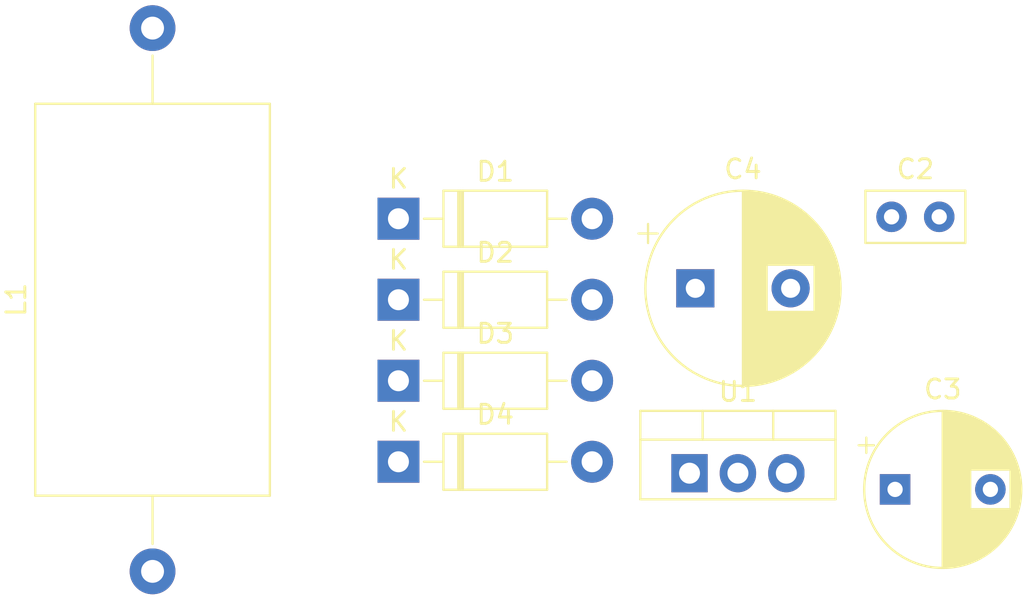
<source format=kicad_pcb>
(kicad_pcb (version 20241229) (generator "pcbnew") (generator_version "9.0")
  (layers (0 "F.Cu" signal) (2 "B.Cu" signal) (13 "F.Paste" user) (15 "B.Paste" user) (5 "F.SilkS" user "F.Silkscreen") (7 "B.SilkS" user "B.Silkscreen") (1 "F.Mask" user) (3 "B.Mask" user) (25 "Edge.Cuts" user))
  (net 0 "")
  (net 1 "GND")
  (net 2 "Net-(D3-K)")
  (net 3 "VCC")
  (net 4 "Net-(D1-K)")
  (net 5 "Net-(D2-K)")
  (footprint "Diode_THT:D_DO-41_SOD81_P10.16mm_Horizontal" (layer "F.Cu") (at 127.9 110.94)
    (property "Reference" "D3" (at 5.08 -2.47 0) (layer "F.SilkS"))
    (property "Value" "D_45deg")
    (fp_line (start 1.34 0) (end 2.36 0) (stroke (width 0.12)) (layer "F.SilkS"))
    (fp_line (start 2.36 -1.47) (end 2.36 1.47) (stroke (width 0.12)) (layer "F.SilkS"))
    (fp_line (start 2.36 1.47) (end 7.8 1.47) (stroke (width 0.12)) (layer "F.SilkS"))
    (fp_line (start 3.14 -1.47) (end 3.14 1.47) (stroke (width 0.12)) (layer "F.SilkS"))
    (fp_line (start 3.26 -1.47) (end 3.26 1.47) (stroke (width 0.12)) (layer "F.SilkS"))
    (fp_line (start 3.38 -1.47) (end 3.38 1.47) (stroke (width 0.12)) (layer "F.SilkS"))
    (fp_line (start 7.8 -1.47) (end 2.36 -1.47) (stroke (width 0.12)) (layer "F.SilkS"))
    (fp_line (start 7.8 1.47) (end 7.8 -1.47) (stroke (width 0.12)) (layer "F.SilkS"))
    (fp_line (start 8.82 0) (end 7.8 0) (stroke (width 0.12)) (layer "F.SilkS"))
    (fp_text user "K" (at 0 -2.1 0) (layer "F.SilkS"))
    (pad "1" thru_hole rect (at 0 0) (size 2.2 2.2) (drill 1.1) (layers "*.Cu" "*.Mask") (net 2 "Net-(D3-K)"))
    (pad "2" thru_hole oval (at 10.16 0) (size 2.2 2.2) (drill 1.1) (layers "*.Cu" "*.Mask") (net 5 "Net-(D2-K)"))
  )
  (footprint "Diode_THT:D_DO-41_SOD81_P10.16mm_Horizontal" (layer "F.Cu") (at 127.9 115.19)
    (property "Reference" "D4" (at 5.08 -2.47 0) (layer "F.SilkS"))
    (property "Value" "D_45deg")
    (fp_line (start 1.34 0) (end 2.36 0) (stroke (width 0.12)) (layer "F.SilkS"))
    (fp_line (start 2.36 -1.47) (end 2.36 1.47) (stroke (width 0.12)) (layer "F.SilkS"))
    (fp_line (start 2.36 1.47) (end 7.8 1.47) (stroke (width 0.12)) (layer "F.SilkS"))
    (fp_line (start 3.14 -1.47) (end 3.14 1.47) (stroke (width 0.12)) (layer "F.SilkS"))
    (fp_line (start 3.26 -1.47) (end 3.26 1.47) (stroke (width 0.12)) (layer "F.SilkS"))
    (fp_line (start 3.38 -1.47) (end 3.38 1.47) (stroke (width 0.12)) (layer "F.SilkS"))
    (fp_line (start 7.8 -1.47) (end 2.36 -1.47) (stroke (width 0.12)) (layer "F.SilkS"))
    (fp_line (start 7.8 1.47) (end 7.8 -1.47) (stroke (width 0.12)) (layer "F.SilkS"))
    (fp_line (start 8.82 0) (end 7.8 0) (stroke (width 0.12)) (layer "F.SilkS"))
    (fp_text user "K" (at 0 -2.1 0) (layer "F.SilkS"))
    (pad "1" thru_hole rect (at 0 0) (size 2.2 2.2) (drill 1.1) (layers "*.Cu" "*.Mask") (net 2 "Net-(D3-K)"))
    (pad "2" thru_hole oval (at 10.16 0) (size 2.2 2.2) (drill 1.1) (layers "*.Cu" "*.Mask") (net 4 "Net-(D1-K)"))
  )
  (footprint "Diode_THT:D_DO-41_SOD81_P10.16mm_Horizontal" (layer "F.Cu") (at 127.9 106.69)
    (property "Reference" "D2" (at 5.08 -2.47 0) (layer "F.SilkS"))
    (property "Value" "D_45deg")
    (fp_line (start 1.34 0) (end 2.36 0) (stroke (width 0.12)) (layer "F.SilkS"))
    (fp_line (start 2.36 -1.47) (end 2.36 1.47) (stroke (width 0.12)) (layer "F.SilkS"))
    (fp_line (start 2.36 1.47) (end 7.8 1.47) (stroke (width 0.12)) (layer "F.SilkS"))
    (fp_line (start 3.14 -1.47) (end 3.14 1.47) (stroke (width 0.12)) (layer "F.SilkS"))
    (fp_line (start 3.26 -1.47) (end 3.26 1.47) (stroke (width 0.12)) (layer "F.SilkS"))
    (fp_line (start 3.38 -1.47) (end 3.38 1.47) (stroke (width 0.12)) (layer "F.SilkS"))
    (fp_line (start 7.8 -1.47) (end 2.36 -1.47) (stroke (width 0.12)) (layer "F.SilkS"))
    (fp_line (start 7.8 1.47) (end 7.8 -1.47) (stroke (width 0.12)) (layer "F.SilkS"))
    (fp_line (start 8.82 0) (end 7.8 0) (stroke (width 0.12)) (layer "F.SilkS"))
    (fp_text user "K" (at 0 -2.1 0) (layer "F.SilkS"))
    (pad "1" thru_hole rect (at 0 0) (size 2.2 2.2) (drill 1.1) (layers "*.Cu" "*.Mask") (net 5 "Net-(D2-K)"))
    (pad "2" thru_hole oval (at 10.16 0) (size 2.2 2.2) (drill 1.1) (layers "*.Cu" "*.Mask") (net 1 "GND"))
  )
  (footprint "Capacitor_THT:C_Disc_D5.0mm_W2.5mm_P2.50mm" (layer "F.Cu") (at 153.77 102.34)
    (property "Reference" "C2" (at 1.25 -2.5 0) (layer "F.SilkS"))
    (property "Value" "10n")
    (fp_line (start -1.37 -1.37) (end -1.37 1.37) (stroke (width 0.12)) (layer "F.SilkS"))
    (fp_line (start -1.37 -1.37) (end 3.87 -1.37) (stroke (width 0.12)) (layer "F.SilkS"))
    (fp_line (start -1.37 1.37) (end 3.87 1.37) (stroke (width 0.12)) (layer "F.SilkS"))
    (fp_line (start 3.87 -1.37) (end 3.87 1.37) (stroke (width 0.12)) (layer "F.SilkS"))
    (pad "1" thru_hole circle (at 0 0) (size 1.6 1.6) (drill 0.8) (layers "*.Cu" "*.Mask") (net 2 "Net-(D3-K)"))
    (pad "2" thru_hole circle (at 2.5 0) (size 1.6 1.6) (drill 0.8) (layers "*.Cu" "*.Mask") (net 1 "GND"))
  )
  (footprint "Inductor_THT:L_Axial_L20.3mm_D12.1mm_P28.50mm_Horizontal_Vishay_IHA-101" (layer "F.Cu") (at 115 120.94 90)
    (property "Reference" "L1" (at 14.25 -7.155 90) (layer "F.SilkS"))
    (property "Value" "L")
    (fp_line (start 24.53 -6.155) (end 3.97 -6.155) (stroke (width 0.12)) (layer "F.SilkS"))
    (fp_line (start 3.97 -6.155) (end 3.97 6.155) (stroke (width 0.12)) (layer "F.SilkS"))
    (fp_line (start 27.06 0) (end 24.53 0) (stroke (width 0.12)) (layer "F.SilkS"))
    (fp_line (start 1.44 0) (end 3.97 0) (stroke (width 0.12)) (layer "F.SilkS"))
    (fp_line (start 24.53 6.155) (end 24.53 -6.155) (stroke (width 0.12)) (layer "F.SilkS"))
    (fp_line (start 3.97 6.155) (end 24.53 6.155) (stroke (width 0.12)) (layer "F.SilkS"))
    (pad "1" thru_hole circle (at 0 0 90) (size 2.4 2.4) (drill 1.2) (layers "*.Cu" "*.Mask") (net 5 "Net-(D2-K)"))
    (pad "2" thru_hole circle (at 28.5 0 90) (size 2.4 2.4) (drill 1.2) (layers "*.Cu" "*.Mask") (net 4 "Net-(D1-K)"))
  )
  (footprint "Diode_THT:D_DO-41_SOD81_P10.16mm_Horizontal" (layer "F.Cu") (at 127.9 102.44)
    (property "Reference" "D1" (at 5.08 -2.47 0) (layer "F.SilkS"))
    (property "Value" "D_45deg")
    (fp_line (start 1.34 0) (end 2.36 0) (stroke (width 0.12)) (layer "F.SilkS"))
    (fp_line (start 2.36 -1.47) (end 2.36 1.47) (stroke (width 0.12)) (layer "F.SilkS"))
    (fp_line (start 2.36 1.47) (end 7.8 1.47) (stroke (width 0.12)) (layer "F.SilkS"))
    (fp_line (start 3.14 -1.47) (end 3.14 1.47) (stroke (width 0.12)) (layer "F.SilkS"))
    (fp_line (start 3.26 -1.47) (end 3.26 1.47) (stroke (width 0.12)) (layer "F.SilkS"))
    (fp_line (start 3.38 -1.47) (end 3.38 1.47) (stroke (width 0.12)) (layer "F.SilkS"))
    (fp_line (start 7.8 -1.47) (end 2.36 -1.47) (stroke (width 0.12)) (layer "F.SilkS"))
    (fp_line (start 7.8 1.47) (end 7.8 -1.47) (stroke (width 0.12)) (layer "F.SilkS"))
    (fp_line (start 8.82 0) (end 7.8 0) (stroke (width 0.12)) (layer "F.SilkS"))
    (fp_text user "K" (at 0 -2.1 0) (layer "F.SilkS"))
    (pad "1" thru_hole rect (at 0 0) (size 2.2 2.2) (drill 1.1) (layers "*.Cu" "*.Mask") (net 4 "Net-(D1-K)"))
    (pad "2" thru_hole oval (at 10.16 0) (size 2.2 2.2) (drill 1.1) (layers "*.Cu" "*.Mask") (net 1 "GND"))
  )
  (footprint "Capacitor_THT:CP_Radial_D8.0mm_P5.00mm" (layer "F.Cu") (at 153.954698 116.64)
    (property "Reference" "C3" (at 2.5 -5.25 0) (layer "F.SilkS"))
    (property "Value" "100u")
    (fp_line (start -1.909698 -2.315) (end -1.109698 -2.315) (stroke (width 0.12)) (layer "F.SilkS"))
    (fp_line (start -1.509698 -2.715) (end -1.509698 -1.915) (stroke (width 0.12)) (layer "F.SilkS"))
    (fp_line (start 2.5 -4.08) (end 2.5 4.08) (stroke (width 0.12)) (layer "F.SilkS"))
    (fp_line (start 2.54 -4.08) (end 2.54 4.08) (stroke (width 0.12)) (layer "F.SilkS"))
    (fp_line (start 2.58 -4.079) (end 2.58 4.079) (stroke (width 0.12)) (layer "F.SilkS"))
    (fp_line (start 2.62 -4.078) (end 2.62 4.078) (stroke (width 0.12)) (layer "F.SilkS"))
    (fp_line (start 2.66 -4.077) (end 2.66 4.077) (stroke (width 0.12)) (layer "F.SilkS"))
    (fp_line (start 2.7 -4.075) (end 2.7 4.075) (stroke (width 0.12)) (layer "F.SilkS"))
    (fp_line (start 2.74 -4.073) (end 2.74 4.073) (stroke (width 0.12)) (layer "F.SilkS"))
    (fp_line (start 2.78 -4.07) (end 2.78 4.07) (stroke (width 0.12)) (layer "F.SilkS"))
    (fp_line (start 2.82 -4.068) (end 2.82 4.068) (stroke (width 0.12)) (layer "F.SilkS"))
    (fp_line (start 2.86 -4.064) (end 2.86 4.064) (stroke (width 0.12)) (layer "F.SilkS"))
    (fp_line (start 2.9 -4.061) (end 2.9 4.061) (stroke (width 0.12)) (layer "F.SilkS"))
    (fp_line (start 2.94 -4.056) (end 2.94 4.056) (stroke (width 0.12)) (layer "F.SilkS"))
    (fp_line (start 2.98 -4.052) (end 2.98 4.052) (stroke (width 0.12)) (layer "F.SilkS"))
    (fp_line (start 3.02 -4.047) (end 3.02 4.047) (stroke (width 0.12)) (layer "F.SilkS"))
    (fp_line (start 3.06 -4.042) (end 3.06 4.042) (stroke (width 0.12)) (layer "F.SilkS"))
    (fp_line (start 3.1 -4.036) (end 3.1 4.036) (stroke (width 0.12)) (layer "F.SilkS"))
    (fp_line (start 3.14 -4.03) (end 3.14 4.03) (stroke (width 0.12)) (layer "F.SilkS"))
    (fp_line (start 3.18 -4.023) (end 3.18 4.023) (stroke (width 0.12)) (layer "F.SilkS"))
    (fp_line (start 3.22 -4.017) (end 3.22 4.017) (stroke (width 0.12)) (layer "F.SilkS"))
    (fp_line (start 3.26 -4.009) (end 3.26 4.009) (stroke (width 0.12)) (layer "F.SilkS"))
    (fp_line (start 3.3 -4.002) (end 3.3 4.002) (stroke (width 0.12)) (layer "F.SilkS"))
    (fp_line (start 3.34 -3.993) (end 3.34 3.993) (stroke (width 0.12)) (layer "F.SilkS"))
    (fp_line (start 3.38 -3.985) (end 3.38 3.985) (stroke (width 0.12)) (layer "F.SilkS"))
    (fp_line (start 3.42 -3.976) (end 3.42 3.976) (stroke (width 0.12)) (layer "F.SilkS"))
    (fp_line (start 3.46 -3.967) (end 3.46 3.967) (stroke (width 0.12)) (layer "F.SilkS"))
    (fp_line (start 3.5 -3.957) (end 3.5 3.957) (stroke (width 0.12)) (layer "F.SilkS"))
    (fp_line (start 3.54 -3.947) (end 3.54 3.947) (stroke (width 0.12)) (layer "F.SilkS"))
    (fp_line (start 3.58 -3.936) (end 3.58 3.936) (stroke (width 0.12)) (layer "F.SilkS"))
    (fp_line (start 3.62 -3.925) (end 3.62 3.925) (stroke (width 0.12)) (layer "F.SilkS"))
    (fp_line (start 3.66 -3.913) (end 3.66 3.913) (stroke (width 0.12)) (layer "F.SilkS"))
    (fp_line (start 3.7 -3.901) (end 3.7 3.901) (stroke (width 0.12)) (layer "F.SilkS"))
    (fp_line (start 3.74 -3.889) (end 3.74 3.889) (stroke (width 0.12)) (layer "F.SilkS"))
    (fp_line (start 3.78 -3.876) (end 3.78 3.876) (stroke (width 0.12)) (layer "F.SilkS"))
    (fp_line (start 3.82 -3.863) (end 3.82 3.863) (stroke (width 0.12)) (layer "F.SilkS"))
    (fp_line (start 3.86 -3.849) (end 3.86 3.849) (stroke (width 0.12)) (layer "F.SilkS"))
    (fp_line (start 3.9 -3.835) (end 3.9 3.835) (stroke (width 0.12)) (layer "F.SilkS"))
    (fp_line (start 3.94 -3.82) (end 3.94 3.82) (stroke (width 0.12)) (layer "F.SilkS"))
    (fp_line (start 3.98 -3.805) (end 3.98 -1.04) (stroke (width 0.12)) (layer "F.SilkS"))
    (fp_line (start 3.98 1.04) (end 3.98 3.805) (stroke (width 0.12)) (layer "F.SilkS"))
    (fp_line (start 4.02 -3.789) (end 4.02 -1.04) (stroke (width 0.12)) (layer "F.SilkS"))
    (fp_line (start 4.02 1.04) (end 4.02 3.789) (stroke (width 0.12)) (layer "F.SilkS"))
    (fp_line (start 4.06 -3.773) (end 4.06 -1.04) (stroke (width 0.12)) (layer "F.SilkS"))
    (fp_line (start 4.06 1.04) (end 4.06 3.773) (stroke (width 0.12)) (layer "F.SilkS"))
    (fp_line (start 4.1 -3.757) (end 4.1 -1.04) (stroke (width 0.12)) (layer "F.SilkS"))
    (fp_line (start 4.1 1.04) (end 4.1 3.757) (stroke (width 0.12)) (layer "F.SilkS"))
    (fp_line (start 4.14 -3.74) (end 4.14 -1.04) (stroke (width 0.12)) (layer "F.SilkS"))
    (fp_line (start 4.14 1.04) (end 4.14 3.74) (stroke (width 0.12)) (layer "F.SilkS"))
    (fp_line (start 4.18 -3.722) (end 4.18 -1.04) (stroke (width 0.12)) (layer "F.SilkS"))
    (fp_line (start 4.18 1.04) (end 4.18 3.722) (stroke (width 0.12)) (layer "F.SilkS"))
    (fp_line (start 4.22 -3.704) (end 4.22 -1.04) (stroke (width 0.12)) (layer "F.SilkS"))
    (fp_line (start 4.22 1.04) (end 4.22 3.704) (stroke (width 0.12)) (layer "F.SilkS"))
    (fp_line (start 4.26 -3.685) (end 4.26 -1.04) (stroke (width 0.12)) (layer "F.SilkS"))
    (fp_line (start 4.26 1.04) (end 4.26 3.685) (stroke (width 0.12)) (layer "F.SilkS"))
    (fp_line (start 4.3 -3.666) (end 4.3 -1.04) (stroke (width 0.12)) (layer "F.SilkS"))
    (fp_line (start 4.3 1.04) (end 4.3 3.666) (stroke (width 0.12)) (layer "F.SilkS"))
    (fp_line (start 4.34 -3.646) (end 4.34 -1.04) (stroke (width 0.12)) (layer "F.SilkS"))
    (fp_line (start 4.34 1.04) (end 4.34 3.646) (stroke (width 0.12)) (layer "F.SilkS"))
    (fp_line (start 4.38 -3.626) (end 4.38 -1.04) (stroke (width 0.12)) (layer "F.SilkS"))
    (fp_line (start 4.38 1.04) (end 4.38 3.626) (stroke (width 0.12)) (layer "F.SilkS"))
    (fp_line (start 4.42 -3.605) (end 4.42 -1.04) (stroke (width 0.12)) (layer "F.SilkS"))
    (fp_line (start 4.42 1.04) (end 4.42 3.605) (stroke (width 0.12)) (layer "F.SilkS"))
    (fp_line (start 4.46 -3.584) (end 4.46 -1.04) (stroke (width 0.12)) (layer "F.SilkS"))
    (fp_line (start 4.46 1.04) (end 4.46 3.584) (stroke (width 0.12)) (layer "F.SilkS"))
    (fp_line (start 4.5 -3.562) (end 4.5 -1.04) (stroke (width 0.12)) (layer "F.SilkS"))
    (fp_line (start 4.5 1.04) (end 4.5 3.562) (stroke (width 0.12)) (layer "F.SilkS"))
    (fp_line (start 4.54 -3.539) (end 4.54 -1.04) (stroke (width 0.12)) (layer "F.SilkS"))
    (fp_line (start 4.54 1.04) (end 4.54 3.539) (stroke (width 0.12)) (layer "F.SilkS"))
    (fp_line (start 4.58 -3.516) (end 4.58 -1.04) (stroke (width 0.12)) (layer "F.SilkS"))
    (fp_line (start 4.58 1.04) (end 4.58 3.516) (stroke (width 0.12)) (layer "F.SilkS"))
    (fp_line (start 4.62 -3.493) (end 4.62 -1.04) (stroke (width 0.12)) (layer "F.SilkS"))
    (fp_line (start 4.62 1.04) (end 4.62 3.493) (stroke (width 0.12)) (layer "F.SilkS"))
    (fp_line (start 4.66 -3.468) (end 4.66 -1.04) (stroke (width 0.12)) (layer "F.SilkS"))
    (fp_line (start 4.66 1.04) (end 4.66 3.468) (stroke (width 0.12)) (layer "F.SilkS"))
    (fp_line (start 4.7 -3.443) (end 4.7 -1.04) (stroke (width 0.12)) (layer "F.SilkS"))
    (fp_line (start 4.7 1.04) (end 4.7 3.443) (stroke (width 0.12)) (layer "F.SilkS"))
    (fp_line (start 4.74 -3.418) (end 4.74 -1.04) (stroke (width 0.12)) (layer "F.SilkS"))
    (fp_line (start 4.74 1.04) (end 4.74 3.418) (stroke (width 0.12)) (layer "F.SilkS"))
    (fp_line (start 4.78 -3.392) (end 4.78 -1.04) (stroke (width 0.12)) (layer "F.SilkS"))
    (fp_line (start 4.78 1.04) (end 4.78 3.392) (stroke (width 0.12)) (layer "F.SilkS"))
    (fp_line (start 4.82 -3.365) (end 4.82 -1.04) (stroke (width 0.12)) (layer "F.SilkS"))
    (fp_line (start 4.82 1.04) (end 4.82 3.365) (stroke (width 0.12)) (layer "F.SilkS"))
    (fp_line (start 4.86 -3.337) (end 4.86 -1.04) (stroke (width 0.12)) (layer "F.SilkS"))
    (fp_line (start 4.86 1.04) (end 4.86 3.337) (stroke (width 0.12)) (layer "F.SilkS"))
    (fp_line (start 4.9 -3.309) (end 4.9 -1.04) (stroke (width 0.12)) (layer "F.SilkS"))
    (fp_line (start 4.9 1.04) (end 4.9 3.309) (stroke (width 0.12)) (layer "F.SilkS"))
    (fp_line (start 4.94 -3.28) (end 4.94 -1.04) (stroke (width 0.12)) (layer "F.SilkS"))
    (fp_line (start 4.94 1.04) (end 4.94 3.28) (stroke (width 0.12)) (layer "F.SilkS"))
    (fp_line (start 4.98 -3.25) (end 4.98 -1.04) (stroke (width 0.12)) (layer "F.SilkS"))
    (fp_line (start 4.98 1.04) (end 4.98 3.25) (stroke (width 0.12)) (layer "F.SilkS"))
    (fp_line (start 5.02 -3.219) (end 5.02 -1.04) (stroke (width 0.12)) (layer "F.SilkS"))
    (fp_line (start 5.02 1.04) (end 5.02 3.219) (stroke (width 0.12)) (layer "F.SilkS"))
    (fp_line (start 5.06 -3.188) (end 5.06 -1.04) (stroke (width 0.12)) (layer "F.SilkS"))
    (fp_line (start 5.06 1.04) (end 5.06 3.188) (stroke (width 0.12)) (layer "F.SilkS"))
    (fp_line (start 5.1 -3.156) (end 5.1 -1.04) (stroke (width 0.12)) (layer "F.SilkS"))
    (fp_line (start 5.1 1.04) (end 5.1 3.156) (stroke (width 0.12)) (layer "F.SilkS"))
    (fp_line (start 5.14 -3.123) (end 5.14 -1.04) (stroke (width 0.12)) (layer "F.SilkS"))
    (fp_line (start 5.14 1.04) (end 5.14 3.123) (stroke (width 0.12)) (layer "F.SilkS"))
    (fp_line (start 5.18 -3.089) (end 5.18 -1.04) (stroke (width 0.12)) (layer "F.SilkS"))
    (fp_line (start 5.18 1.04) (end 5.18 3.089) (stroke (width 0.12)) (layer "F.SilkS"))
    (fp_line (start 5.22 -3.055) (end 5.22 -1.04) (stroke (width 0.12)) (layer "F.SilkS"))
    (fp_line (start 5.22 1.04) (end 5.22 3.055) (stroke (width 0.12)) (layer "F.SilkS"))
    (fp_line (start 5.26 -3.019) (end 5.26 -1.04) (stroke (width 0.12)) (layer "F.SilkS"))
    (fp_line (start 5.26 1.04) (end 5.26 3.019) (stroke (width 0.12)) (layer "F.SilkS"))
    (fp_line (start 5.3 -2.982) (end 5.3 -1.04) (stroke (width 0.12)) (layer "F.SilkS"))
    (fp_line (start 5.3 1.04) (end 5.3 2.982) (stroke (width 0.12)) (layer "F.SilkS"))
    (fp_line (start 5.34 -2.945) (end 5.34 -1.04) (stroke (width 0.12)) (layer "F.SilkS"))
    (fp_line (start 5.34 1.04) (end 5.34 2.945) (stroke (width 0.12)) (layer "F.SilkS"))
    (fp_line (start 5.38 -2.906) (end 5.38 -1.04) (stroke (width 0.12)) (layer "F.SilkS"))
    (fp_line (start 5.38 1.04) (end 5.38 2.906) (stroke (width 0.12)) (layer "F.SilkS"))
    (fp_line (start 5.42 -2.867) (end 5.42 -1.04) (stroke (width 0.12)) (layer "F.SilkS"))
    (fp_line (start 5.42 1.04) (end 5.42 2.867) (stroke (width 0.12)) (layer "F.SilkS"))
    (fp_line (start 5.46 -2.826) (end 5.46 -1.04) (stroke (width 0.12)) (layer "F.SilkS"))
    (fp_line (start 5.46 1.04) (end 5.46 2.826) (stroke (width 0.12)) (layer "F.SilkS"))
    (fp_line (start 5.5 -2.784) (end 5.5 -1.04) (stroke (width 0.12)) (layer "F.SilkS"))
    (fp_line (start 5.5 1.04) (end 5.5 2.784) (stroke (width 0.12)) (layer "F.SilkS"))
    (fp_line (start 5.54 -2.741) (end 5.54 -1.04) (stroke (width 0.12)) (layer "F.SilkS"))
    (fp_line (start 5.54 1.04) (end 5.54 2.741) (stroke (width 0.12)) (layer "F.SilkS"))
    (fp_line (start 5.58 -2.696) (end 5.58 -1.04) (stroke (width 0.12)) (layer "F.SilkS"))
    (fp_line (start 5.58 1.04) (end 5.58 2.696) (stroke (width 0.12)) (layer "F.SilkS"))
    (fp_line (start 5.62 -2.651) (end 5.62 -1.04) (stroke (width 0.12)) (layer "F.SilkS"))
    (fp_line (start 5.62 1.04) (end 5.62 2.651) (stroke (width 0.12)) (layer "F.SilkS"))
    (fp_line (start 5.66 -2.604) (end 5.66 -1.04) (stroke (width 0.12)) (layer "F.SilkS"))
    (fp_line (start 5.66 1.04) (end 5.66 2.604) (stroke (width 0.12)) (layer "F.SilkS"))
    (fp_line (start 5.7 -2.555) (end 5.7 -1.04) (stroke (width 0.12)) (layer "F.SilkS"))
    (fp_line (start 5.7 1.04) (end 5.7 2.555) (stroke (width 0.12)) (layer "F.SilkS"))
    (fp_line (start 5.74 -2.505) (end 5.74 -1.04) (stroke (width 0.12)) (layer "F.SilkS"))
    (fp_line (start 5.74 1.04) (end 5.74 2.505) (stroke (width 0.12)) (layer "F.SilkS"))
    (fp_line (start 5.78 -2.453) (end 5.78 -1.04) (stroke (width 0.12)) (layer "F.SilkS"))
    (fp_line (start 5.78 1.04) (end 5.78 2.453) (stroke (width 0.12)) (layer "F.SilkS"))
    (fp_line (start 5.82 -2.4) (end 5.82 -1.04) (stroke (width 0.12)) (layer "F.SilkS"))
    (fp_line (start 5.82 1.04) (end 5.82 2.4) (stroke (width 0.12)) (layer "F.SilkS"))
    (fp_line (start 5.86 -2.344) (end 5.86 -1.04) (stroke (width 0.12)) (layer "F.SilkS"))
    (fp_line (start 5.86 1.04) (end 5.86 2.344) (stroke (width 0.12)) (layer "F.SilkS"))
    (fp_line (start 5.9 -2.287) (end 5.9 -1.04) (stroke (width 0.12)) (layer "F.SilkS"))
    (fp_line (start 5.9 1.04) (end 5.9 2.287) (stroke (width 0.12)) (layer "F.SilkS"))
    (fp_line (start 5.94 -2.227) (end 5.94 -1.04) (stroke (width 0.12)) (layer "F.SilkS"))
    (fp_line (start 5.94 1.04) (end 5.94 2.227) (stroke (width 0.12)) (layer "F.SilkS"))
    (fp_line (start 5.98 -2.165) (end 5.98 -1.04) (stroke (width 0.12)) (layer "F.SilkS"))
    (fp_line (start 5.98 1.04) (end 5.98 2.165) (stroke (width 0.12)) (layer "F.SilkS"))
    (fp_line (start 6.02 -2.101) (end 6.02 -1.04) (stroke (width 0.12)) (layer "F.SilkS"))
    (fp_line (start 6.02 1.04) (end 6.02 2.101) (stroke (width 0.12)) (layer "F.SilkS"))
    (fp_line (start 6.06 -2.034) (end 6.06 2.034) (stroke (width 0.12)) (layer "F.SilkS"))
    (fp_line (start 6.1 -1.964) (end 6.1 1.964) (stroke (width 0.12)) (layer "F.SilkS"))
    (fp_line (start 6.14 -1.89) (end 6.14 1.89) (stroke (width 0.12)) (layer "F.SilkS"))
    (fp_line (start 6.18 -1.813) (end 6.18 1.813) (stroke (width 0.12)) (layer "F.SilkS"))
    (fp_line (start 6.22 -1.731) (end 6.22 1.731) (stroke (width 0.12)) (layer "F.SilkS"))
    (fp_line (start 6.26 -1.644) (end 6.26 1.644) (stroke (width 0.12)) (layer "F.SilkS"))
    (fp_line (start 6.3 -1.552) (end 6.3 1.552) (stroke (width 0.12)) (layer "F.SilkS"))
    (fp_line (start 6.34 -1.453) (end 6.34 1.453) (stroke (width 0.12)) (layer "F.SilkS"))
    (fp_line (start 6.38 -1.346) (end 6.38 1.346) (stroke (width 0.12)) (layer "F.SilkS"))
    (fp_line (start 6.42 -1.228) (end 6.42 1.228) (stroke (width 0.12)) (layer "F.SilkS"))
    (fp_line (start 6.46 -1.097) (end 6.46 1.097) (stroke (width 0.12)) (layer "F.SilkS"))
    (fp_line (start 6.5 -0.947) (end 6.5 0.947) (stroke (width 0.12)) (layer "F.SilkS"))
    (fp_line (start 6.54 -0.768) (end 6.54 0.768) (stroke (width 0.12)) (layer "F.SilkS"))
    (fp_line (start 6.58 -0.533) (end 6.58 0.533) (stroke (width 0.12)) (layer "F.SilkS"))
    (fp_circle (center 2.5 0) (end 6.62 0) (stroke (width 0.12)) (fill no) (layer "F.SilkS"))
    (pad "1" thru_hole rect (at 0 0) (size 1.6 1.6) (drill 0.8) (layers "*.Cu" "*.Mask") (net 2 "Net-(D3-K)"))
    (pad "2" thru_hole circle (at 5 0) (size 1.6 1.6) (drill 0.8) (layers "*.Cu" "*.Mask") (net 1 "GND"))
  )
  (footprint "Package_TO_SOT_THT:TO-220-3_Vertical" (layer "F.Cu") (at 143.17 115.79)
    (property "Reference" "U1" (at 2.54 -4.27 0) (layer "F.SilkS"))
    (property "Value" "AMS1117")
    (fp_line (start -2.58 -3.27) (end -2.58 1.371) (stroke (width 0.12)) (layer "F.SilkS"))
    (fp_line (start -2.58 -3.27) (end 7.66 -3.27) (stroke (width 0.12)) (layer "F.SilkS"))
    (fp_line (start -2.58 -1.76) (end 7.66 -1.76) (stroke (width 0.12)) (layer "F.SilkS"))
    (fp_line (start -2.58 1.371) (end 7.66 1.371) (stroke (width 0.12)) (layer "F.SilkS"))
    (fp_line (start 0.69 -3.27) (end 0.69 -1.76) (stroke (width 0.12)) (layer "F.SilkS"))
    (fp_line (start 4.391 -3.27) (end 4.391 -1.76) (stroke (width 0.12)) (layer "F.SilkS"))
    (fp_line (start 7.66 -3.27) (end 7.66 1.371) (stroke (width 0.12)) (layer "F.SilkS"))
    (pad "1" thru_hole rect (at 0 0) (size 1.905 2) (drill 1.1) (layers "*.Cu" "*.Mask") (net 1 "GND"))
    (pad "2" thru_hole oval (at 2.54 0) (size 1.905 2) (drill 1.1) (layers "*.Cu" "*.Mask") (net 3 "VCC"))
    (pad "3" thru_hole oval (at 5.08 0) (size 1.905 2) (drill 1.1) (layers "*.Cu" "*.Mask") (net 2 "Net-(D3-K)"))
  )
  (footprint "Capacitor_THT:CP_Radial_D10.0mm_P5.00mm" (layer "F.Cu") (at 143.474646 106.09)
    (property "Reference" "C4" (at 2.5 -6.25 0) (layer "F.SilkS"))
    (property "Value" "10u")
    (fp_line (start -2.979646 -2.875) (end -1.979646 -2.875) (stroke (width 0.12)) (layer "F.SilkS"))
    (fp_line (start -2.479646 -3.375) (end -2.479646 -2.375) (stroke (width 0.12)) (layer "F.SilkS"))
    (fp_line (start 2.5 -5.08) (end 2.5 5.08) (stroke (width 0.12)) (layer "F.SilkS"))
    (fp_line (start 2.54 -5.08) (end 2.54 5.08) (stroke (width 0.12)) (layer "F.SilkS"))
    (fp_line (start 2.58 -5.079) (end 2.58 5.079) (stroke (width 0.12)) (layer "F.SilkS"))
    (fp_line (start 2.62 -5.079) (end 2.62 5.079) (stroke (width 0.12)) (layer "F.SilkS"))
    (fp_line (start 2.66 -5.077) (end 2.66 5.077) (stroke (width 0.12)) (layer "F.SilkS"))
    (fp_line (start 2.7 -5.076) (end 2.7 5.076) (stroke (width 0.12)) (layer "F.SilkS"))
    (fp_line (start 2.74 -5.074) (end 2.74 5.074) (stroke (width 0.12)) (layer "F.SilkS"))
    (fp_line (start 2.78 -5.072) (end 2.78 5.072) (stroke (width 0.12)) (layer "F.SilkS"))
    (fp_line (start 2.82 -5.07) (end 2.82 5.07) (stroke (width 0.12)) (layer "F.SilkS"))
    (fp_line (start 2.86 -5.067) (end 2.86 5.067) (stroke (width 0.12)) (layer "F.SilkS"))
    (fp_line (start 2.9 -5.064) (end 2.9 5.064) (stroke (width 0.12)) (layer "F.SilkS"))
    (fp_line (start 2.94 -5.061) (end 2.94 5.061) (stroke (width 0.12)) (layer "F.SilkS"))
    (fp_line (start 2.98 -5.057) (end 2.98 5.057) (stroke (width 0.12)) (layer "F.SilkS"))
    (fp_line (start 3.02 -5.054) (end 3.02 5.054) (stroke (width 0.12)) (layer "F.SilkS"))
    (fp_line (start 3.06 -5.049) (end 3.06 5.049) (stroke (width 0.12)) (layer "F.SilkS"))
    (fp_line (start 3.1 -5.045) (end 3.1 5.045) (stroke (width 0.12)) (layer "F.SilkS"))
    (fp_line (start 3.14 -5.04) (end 3.14 5.04) (stroke (width 0.12)) (layer "F.SilkS"))
    (fp_line (start 3.18 -5.035) (end 3.18 5.035) (stroke (width 0.12)) (layer "F.SilkS"))
    (fp_line (start 3.22 -5.029) (end 3.22 5.029) (stroke (width 0.12)) (layer "F.SilkS"))
    (fp_line (start 3.26 -5.023) (end 3.26 5.023) (stroke (width 0.12)) (layer "F.SilkS"))
    (fp_line (start 3.3 -5.017) (end 3.3 5.017) (stroke (width 0.12)) (layer "F.SilkS"))
    (fp_line (start 3.34 -5.011) (end 3.34 5.011) (stroke (width 0.12)) (layer "F.SilkS"))
    (fp_line (start 3.38 -5.004) (end 3.38 5.004) (stroke (width 0.12)) (layer "F.SilkS"))
    (fp_line (start 3.42 -4.997) (end 3.42 4.997) (stroke (width 0.12)) (layer "F.SilkS"))
    (fp_line (start 3.46 -4.989) (end 3.46 4.989) (stroke (width 0.12)) (layer "F.SilkS"))
    (fp_line (start 3.5 -4.981) (end 3.5 4.981) (stroke (width 0.12)) (layer "F.SilkS"))
    (fp_line (start 3.54 -4.973) (end 3.54 4.973) (stroke (width 0.12)) (layer "F.SilkS"))
    (fp_line (start 3.58 -4.965) (end 3.58 4.965) (stroke (width 0.12)) (layer "F.SilkS"))
    (fp_line (start 3.62 -4.956) (end 3.62 4.956) (stroke (width 0.12)) (layer "F.SilkS"))
    (fp_line (start 3.66 -4.947) (end 3.66 4.947) (stroke (width 0.12)) (layer "F.SilkS"))
    (fp_line (start 3.7 -4.937) (end 3.7 4.937) (stroke (width 0.12)) (layer "F.SilkS"))
    (fp_line (start 3.74 -4.928) (end 3.74 4.928) (stroke (width 0.12)) (layer "F.SilkS"))
    (fp_line (start 3.78 -4.917) (end 3.78 -1.24) (stroke (width 0.12)) (layer "F.SilkS"))
    (fp_line (start 3.78 1.24) (end 3.78 4.917) (stroke (width 0.12)) (layer "F.SilkS"))
    (fp_line (start 3.82 -4.907) (end 3.82 -1.24) (stroke (width 0.12)) (layer "F.SilkS"))
    (fp_line (start 3.82 1.24) (end 3.82 4.907) (stroke (width 0.12)) (layer "F.SilkS"))
    (fp_line (start 3.86 -4.896) (end 3.86 -1.24) (stroke (width 0.12)) (layer "F.SilkS"))
    (fp_line (start 3.86 1.24) (end 3.86 4.896) (stroke (width 0.12)) (layer "F.SilkS"))
    (fp_line (start 3.9 -4.885) (end 3.9 -1.24) (stroke (width 0.12)) (layer "F.SilkS"))
    (fp_line (start 3.9 1.24) (end 3.9 4.885) (stroke (width 0.12)) (layer "F.SilkS"))
    (fp_line (start 3.94 -4.873) (end 3.94 -1.24) (stroke (width 0.12)) (layer "F.SilkS"))
    (fp_line (start 3.94 1.24) (end 3.94 4.873) (stroke (width 0.12)) (layer "F.SilkS"))
    (fp_line (start 3.98 -4.861) (end 3.98 -1.24) (stroke (width 0.12)) (layer "F.SilkS"))
    (fp_line (start 3.98 1.24) (end 3.98 4.861) (stroke (width 0.12)) (layer "F.SilkS"))
    (fp_line (start 4.02 -4.849) (end 4.02 -1.24) (stroke (width 0.12)) (layer "F.SilkS"))
    (fp_line (start 4.02 1.24) (end 4.02 4.849) (stroke (width 0.12)) (layer "F.SilkS"))
    (fp_line (start 4.06 -4.837) (end 4.06 -1.24) (stroke (width 0.12)) (layer "F.SilkS"))
    (fp_line (start 4.06 1.24) (end 4.06 4.837) (stroke (width 0.12)) (layer "F.SilkS"))
    (fp_line (start 4.1 -4.824) (end 4.1 -1.24) (stroke (width 0.12)) (layer "F.SilkS"))
    (fp_line (start 4.1 1.24) (end 4.1 4.824) (stroke (width 0.12)) (layer "F.SilkS"))
    (fp_line (start 4.14 -4.81) (end 4.14 -1.24) (stroke (width 0.12)) (layer "F.SilkS"))
    (fp_line (start 4.14 1.24) (end 4.14 4.81) (stroke (width 0.12)) (layer "F.SilkS"))
    (fp_line (start 4.18 -4.797) (end 4.18 -1.24) (stroke (width 0.12)) (layer "F.SilkS"))
    (fp_line (start 4.18 1.24) (end 4.18 4.797) (stroke (width 0.12)) (layer "F.SilkS"))
    (fp_line (start 4.22 -4.782) (end 4.22 -1.24) (stroke (width 0.12)) (layer "F.SilkS"))
    (fp_line (start 4.22 1.24) (end 4.22 4.782) (stroke (width 0.12)) (layer "F.SilkS"))
    (fp_line (start 4.26 -4.768) (end 4.26 -1.24) (stroke (width 0.12)) (layer "F.SilkS"))
    (fp_line (start 4.26 1.24) (end 4.26 4.768) (stroke (width 0.12)) (layer "F.SilkS"))
    (fp_line (start 4.3 -4.753) (end 4.3 -1.24) (stroke (width 0.12)) (layer "F.SilkS"))
    (fp_line (start 4.3 1.24) (end 4.3 4.753) (stroke (width 0.12)) (layer "F.SilkS"))
    (fp_line (start 4.34 -4.738) (end 4.34 -1.24) (stroke (width 0.12)) (layer "F.SilkS"))
    (fp_line (start 4.34 1.24) (end 4.34 4.738) (stroke (width 0.12)) (layer "F.SilkS"))
    (fp_line (start 4.38 -4.722) (end 4.38 -1.24) (stroke (width 0.12)) (layer "F.SilkS"))
    (fp_line (start 4.38 1.24) (end 4.38 4.722) (stroke (width 0.12)) (layer "F.SilkS"))
    (fp_line (start 4.42 -4.706) (end 4.42 -1.24) (stroke (width 0.12)) (layer "F.SilkS"))
    (fp_line (start 4.42 1.24) (end 4.42 4.706) (stroke (width 0.12)) (layer "F.SilkS"))
    (fp_line (start 4.46 -4.69) (end 4.46 -1.24) (stroke (width 0.12)) (layer "F.SilkS"))
    (fp_line (start 4.46 1.24) (end 4.46 4.69) (stroke (width 0.12)) (layer "F.SilkS"))
    (fp_line (start 4.5 -4.673) (end 4.5 -1.24) (stroke (width 0.12)) (layer "F.SilkS"))
    (fp_line (start 4.5 1.24) (end 4.5 4.673) (stroke (width 0.12)) (layer "F.SilkS"))
    (fp_line (start 4.54 -4.656) (end 4.54 -1.24) (stroke (width 0.12)) (layer "F.SilkS"))
    (fp_line (start 4.54 1.24) (end 4.54 4.656) (stroke (width 0.12)) (layer "F.SilkS"))
    (fp_line (start 4.58 -4.638) (end 4.58 -1.24) (stroke (width 0.12)) (layer "F.SilkS"))
    (fp_line (start 4.58 1.24) (end 4.58 4.638) (stroke (width 0.12)) (layer "F.SilkS"))
    (fp_line (start 4.62 -4.62) (end 4.62 -1.24) (stroke (width 0.12)) (layer "F.SilkS"))
    (fp_line (start 4.62 1.24) (end 4.62 4.62) (stroke (width 0.12)) (layer "F.SilkS"))
    (fp_line (start 4.66 -4.602) (end 4.66 -1.24) (stroke (width 0.12)) (layer "F.SilkS"))
    (fp_line (start 4.66 1.24) (end 4.66 4.602) (stroke (width 0.12)) (layer "F.SilkS"))
    (fp_line (start 4.7 -4.583) (end 4.7 -1.24) (stroke (width 0.12)) (layer "F.SilkS"))
    (fp_line (start 4.7 1.24) (end 4.7 4.583) (stroke (width 0.12)) (layer "F.SilkS"))
    (fp_line (start 4.74 -4.564) (end 4.74 -1.24) (stroke (width 0.12)) (layer "F.SilkS"))
    (fp_line (start 4.74 1.24) (end 4.74 4.564) (stroke (width 0.12)) (layer "F.SilkS"))
    (fp_line (start 4.78 -4.544) (end 4.78 -1.24) (stroke (width 0.12)) (layer "F.SilkS"))
    (fp_line (start 4.78 1.24) (end 4.78 4.544) (stroke (width 0.12)) (layer "F.SilkS"))
    (fp_line (start 4.82 -4.524) (end 4.82 -1.24) (stroke (width 0.12)) (layer "F.SilkS"))
    (fp_line (start 4.82 1.24) (end 4.82 4.524) (stroke (width 0.12)) (layer "F.SilkS"))
    (fp_line (start 4.86 -4.504) (end 4.86 -1.24) (stroke (width 0.12)) (layer "F.SilkS"))
    (fp_line (start 4.86 1.24) (end 4.86 4.504) (stroke (width 0.12)) (layer "F.SilkS"))
    (fp_line (start 4.9 -4.483) (end 4.9 -1.24) (stroke (width 0.12)) (layer "F.SilkS"))
    (fp_line (start 4.9 1.24) (end 4.9 4.483) (stroke (width 0.12)) (layer "F.SilkS"))
    (fp_line (start 4.94 -4.461) (end 4.94 -1.24) (stroke (width 0.12)) (layer "F.SilkS"))
    (fp_line (start 4.94 1.24) (end 4.94 4.461) (stroke (width 0.12)) (layer "F.SilkS"))
    (fp_line (start 4.98 -4.439) (end 4.98 -1.24) (stroke (width 0.12)) (layer "F.SilkS"))
    (fp_line (start 4.98 1.24) (end 4.98 4.439) (stroke (width 0.12)) (layer "F.SilkS"))
    (fp_line (start 5.02 -4.417) (end 5.02 -1.24) (stroke (width 0.12)) (layer "F.SilkS"))
    (fp_line (start 5.02 1.24) (end 5.02 4.417) (stroke (width 0.12)) (layer "F.SilkS"))
    (fp_line (start 5.06 -4.394) (end 5.06 -1.24) (stroke (width 0.12)) (layer "F.SilkS"))
    (fp_line (start 5.06 1.24) (end 5.06 4.394) (stroke (width 0.12)) (layer "F.SilkS"))
    (fp_line (start 5.1 -4.371) (end 5.1 -1.24) (stroke (width 0.12)) (layer "F.SilkS"))
    (fp_line (start 5.1 1.24) (end 5.1 4.371) (stroke (width 0.12)) (layer "F.SilkS"))
    (fp_line (start 5.14 -4.347) (end 5.14 -1.24) (stroke (width 0.12)) (layer "F.SilkS"))
    (fp_line (start 5.14 1.24) (end 5.14 4.347) (stroke (width 0.12)) (layer "F.SilkS"))
    (fp_line (start 5.18 -4.323) (end 5.18 -1.24) (stroke (width 0.12)) (layer "F.SilkS"))
    (fp_line (start 5.18 1.24) (end 5.18 4.323) (stroke (width 0.12)) (layer "F.SilkS"))
    (fp_line (start 5.22 -4.298) (end 5.22 -1.24) (stroke (width 0.12)) (layer "F.SilkS"))
    (fp_line (start 5.22 1.24) (end 5.22 4.298) (stroke (width 0.12)) (layer "F.SilkS"))
    (fp_line (start 5.26 -4.272) (end 5.26 -1.24) (stroke (width 0.12)) (layer "F.SilkS"))
    (fp_line (start 5.26 1.24) (end 5.26 4.272) (stroke (width 0.12)) (layer "F.SilkS"))
    (fp_line (start 5.3 -4.247) (end 5.3 -1.24) (stroke (width 0.12)) (layer "F.SilkS"))
    (fp_line (start 5.3 1.24) (end 5.3 4.247) (stroke (width 0.12)) (layer "F.SilkS"))
    (fp_line (start 5.34 -4.22) (end 5.34 -1.24) (stroke (width 0.12)) (layer "F.SilkS"))
    (fp_line (start 5.34 1.24) (end 5.34 4.22) (stroke (width 0.12)) (layer "F.SilkS"))
    (fp_line (start 5.38 -4.193) (end 5.38 -1.24) (stroke (width 0.12)) (layer "F.SilkS"))
    (fp_line (start 5.38 1.24) (end 5.38 4.193) (stroke (width 0.12)) (layer "F.SilkS"))
    (fp_line (start 5.42 -4.166) (end 5.42 -1.24) (stroke (width 0.12)) (layer "F.SilkS"))
    (fp_line (start 5.42 1.24) (end 5.42 4.166) (stroke (width 0.12)) (layer "F.SilkS"))
    (fp_line (start 5.46 -4.138) (end 5.46 -1.24) (stroke (width 0.12)) (layer "F.SilkS"))
    (fp_line (start 5.46 1.24) (end 5.46 4.138) (stroke (width 0.12)) (layer "F.SilkS"))
    (fp_line (start 5.5 -4.109) (end 5.5 -1.24) (stroke (width 0.12)) (layer "F.SilkS"))
    (fp_line (start 5.5 1.24) (end 5.5 4.109) (stroke (width 0.12)) (layer "F.SilkS"))
    (fp_line (start 5.54 -4.08) (end 5.54 -1.24) (stroke (width 0.12)) (layer "F.SilkS"))
    (fp_line (start 5.54 1.24) (end 5.54 4.08) (stroke (width 0.12)) (layer "F.SilkS"))
    (fp_line (start 5.58 -4.05) (end 5.58 -1.24) (stroke (width 0.12)) (layer "F.SilkS"))
    (fp_line (start 5.58 1.24) (end 5.58 4.05) (stroke (width 0.12)) (layer "F.SilkS"))
    (fp_line (start 5.62 -4.02) (end 5.62 -1.24) (stroke (width 0.12)) (layer "F.SilkS"))
    (fp_line (start 5.62 1.24) (end 5.62 4.02) (stroke (width 0.12)) (layer "F.SilkS"))
    (fp_line (start 5.66 -3.988) (end 5.66 -1.24) (stroke (width 0.12)) (layer "F.SilkS"))
    (fp_line (start 5.66 1.24) (end 5.66 3.988) (stroke (width 0.12)) (layer "F.SilkS"))
    (fp_line (start 5.7 -3.957) (end 5.7 -1.24) (stroke (width 0.12)) (layer "F.SilkS"))
    (fp_line (start 5.7 1.24) (end 5.7 3.957) (stroke (width 0.12)) (layer "F.SilkS"))
    (fp_line (start 5.74 -3.924) (end 5.74 -1.24) (stroke (width 0.12)) (layer "F.SilkS"))
    (fp_line (start 5.74 1.24) (end 5.74 3.924) (stroke (width 0.12)) (layer "F.SilkS"))
    (fp_line (start 5.78 -3.891) (end 5.78 -1.24) (stroke (width 0.12)) (layer "F.SilkS"))
    (fp_line (start 5.78 1.24) (end 5.78 3.891) (stroke (width 0.12)) (layer "F.SilkS"))
    (fp_line (start 5.82 -3.858) (end 5.82 -1.24) (stroke (width 0.12)) (layer "F.SilkS"))
    (fp_line (start 5.82 1.24) (end 5.82 3.858) (stroke (width 0.12)) (layer "F.SilkS"))
    (fp_line (start 5.86 -3.823) (end 5.86 -1.24) (stroke (width 0.12)) (layer "F.SilkS"))
    (fp_line (start 5.86 1.24) (end 5.86 3.823) (stroke (width 0.12)) (layer "F.SilkS"))
    (fp_line (start 5.9 -3.788) (end 5.9 -1.24) (stroke (width 0.12)) (layer "F.SilkS"))
    (fp_line (start 5.9 1.24) (end 5.9 3.788) (stroke (width 0.12)) (layer "F.SilkS"))
    (fp_line (start 5.94 -3.752) (end 5.94 -1.24) (stroke (width 0.12)) (layer "F.SilkS"))
    (fp_line (start 5.94 1.24) (end 5.94 3.752) (stroke (width 0.12)) (layer "F.SilkS"))
    (fp_line (start 5.98 -3.716) (end 5.98 -1.24) (stroke (width 0.12)) (layer "F.SilkS"))
    (fp_line (start 5.98 1.24) (end 5.98 3.716) (stroke (width 0.12)) (layer "F.SilkS"))
    (fp_line (start 6.02 -3.678) (end 6.02 -1.24) (stroke (width 0.12)) (layer "F.SilkS"))
    (fp_line (start 6.02 1.24) (end 6.02 3.678) (stroke (width 0.12)) (layer "F.SilkS"))
    (fp_line (start 6.06 -3.64) (end 6.06 -1.24) (stroke (width 0.12)) (layer "F.SilkS"))
    (fp_line (start 6.06 1.24) (end 6.06 3.64) (stroke (width 0.12)) (layer "F.SilkS"))
    (fp_line (start 6.1 -3.601) (end 6.1 -1.24) (stroke (width 0.12)) (layer "F.SilkS"))
    (fp_line (start 6.1 1.24) (end 6.1 3.601) (stroke (width 0.12)) (layer "F.SilkS"))
    (fp_line (start 6.14 -3.561) (end 6.14 -1.24) (stroke (width 0.12)) (layer "F.SilkS"))
    (fp_line (start 6.14 1.24) (end 6.14 3.561) (stroke (width 0.12)) (layer "F.SilkS"))
    (fp_line (start 6.18 -3.52) (end 6.18 -1.24) (stroke (width 0.12)) (layer "F.SilkS"))
    (fp_line (start 6.18 1.24) (end 6.18 3.52) (stroke (width 0.12)) (layer "F.SilkS"))
    (fp_line (start 6.22 -3.478) (end 6.22 -1.24) (stroke (width 0.12)) (layer "F.SilkS"))
    (fp_line (start 6.22 1.24) (end 6.22 3.478) (stroke (width 0.12)) (layer "F.SilkS"))
    (fp_line (start 6.26 -3.435) (end 6.26 3.435) (stroke (width 0.12)) (layer "F.SilkS"))
    (fp_line (start 6.3 -3.391) (end 6.3 3.391) (stroke (width 0.12)) (layer "F.SilkS"))
    (fp_line (start 6.34 -3.347) (end 6.34 3.347) (stroke (width 0.12)) (layer "F.SilkS"))
    (fp_line (start 6.38 -3.301) (end 6.38 3.301) (stroke (width 0.12)) (layer "F.SilkS"))
    (fp_line (start 6.42 -3.254) (end 6.42 3.254) (stroke (width 0.12)) (layer "F.SilkS"))
    (fp_line (start 6.46 -3.205) (end 6.46 3.205) (stroke (width 0.12)) (layer "F.SilkS"))
    (fp_line (start 6.5 -3.156) (end 6.5 3.156) (stroke (width 0.12)) (layer "F.SilkS"))
    (fp_line (start 6.54 -3.105) (end 6.54 3.105) (stroke (width 0.12)) (layer "F.SilkS"))
    (fp_line (start 6.58 -3.053) (end 6.58 3.053) (stroke (width 0.12)) (layer "F.SilkS"))
    (fp_line (start 6.62 -3) (end 6.62 3) (stroke (width 0.12)) (layer "F.SilkS"))
    (fp_line (start 6.66 -2.945) (end 6.66 2.945) (stroke (width 0.12)) (layer "F.SilkS"))
    (fp_line (start 6.7 -2.888) (end 6.7 2.888) (stroke (width 0.12)) (layer "F.SilkS"))
    (fp_line (start 6.74 -2.83) (end 6.74 2.83) (stroke (width 0.12)) (layer "F.SilkS"))
    (fp_line (start 6.78 -2.77) (end 6.78 2.77) (stroke (width 0.12)) (layer "F.SilkS"))
    (fp_line (start 6.82 -2.708) (end 6.82 2.708) (stroke (width 0.12)) (layer "F.SilkS"))
    (fp_line (start 6.86 -2.644) (end 6.86 2.644) (stroke (width 0.12)) (layer "F.SilkS"))
    (fp_line (start 6.9 -2.578) (end 6.9 2.578) (stroke (width 0.12)) (layer "F.SilkS"))
    (fp_line (start 6.94 -2.51) (end 6.94 2.51) (stroke (width 0.12)) (layer "F.SilkS"))
    (fp_line (start 6.98 -2.439) (end 6.98 2.439) (stroke (width 0.12)) (layer "F.SilkS"))
    (fp_line (start 7.02 -2.365) (end 7.02 2.365) (stroke (width 0.12)) (layer "F.SilkS"))
    (fp_line (start 7.06 -2.288) (end 7.06 2.288) (stroke (width 0.12)) (layer "F.SilkS"))
    (fp_line (start 7.1 -2.208) (end 7.1 2.208) (stroke (width 0.12)) (layer "F.SilkS"))
    (fp_line (start 7.14 -2.124) (end 7.14 2.124) (stroke (width 0.12)) (layer "F.SilkS"))
    (fp_line (start 7.18 -2.037) (end 7.18 2.037) (stroke (width 0.12)) (layer "F.SilkS"))
    (fp_line (start 7.22 -1.944) (end 7.22 1.944) (stroke (width 0.12)) (layer "F.SilkS"))
    (fp_line (start 7.26 -1.846) (end 7.26 1.846) (stroke (width 0.12)) (layer "F.SilkS"))
    (fp_line (start 7.3 -1.742) (end 7.3 1.742) (stroke (width 0.12)) (layer "F.SilkS"))
    (fp_line (start 7.34 -1.63) (end 7.34 1.63) (stroke (width 0.12)) (layer "F.SilkS"))
    (fp_line (start 7.38 -1.509) (end 7.38 1.509) (stroke (width 0.12)) (layer "F.SilkS"))
    (fp_line (start 7.42 -1.377) (end 7.42 1.377) (stroke (width 0.12)) (layer "F.SilkS"))
    (fp_line (start 7.46 -1.23) (end 7.46 1.23) (stroke (width 0.12)) (layer "F.SilkS"))
    (fp_line (start 7.5 -1.062) (end 7.5 1.062) (stroke (width 0.12)) (layer "F.SilkS"))
    (fp_line (start 7.54 -0.862) (end 7.54 0.862) (stroke (width 0.12)) (layer "F.SilkS"))
    (fp_line (start 7.58 -0.599) (end 7.58 0.599) (stroke (width 0.12)) (layer "F.SilkS"))
    (fp_circle (center 2.5 0) (end 7.62 0) (stroke (width 0.12)) (fill no) (layer "F.SilkS"))
    (pad "1" thru_hole rect (at 0 0) (size 2 2) (drill 1) (layers "*.Cu" "*.Mask") (net 3 "VCC"))
    (pad "2" thru_hole circle (at 5 0) (size 2 2) (drill 1) (layers "*.Cu" "*.Mask") (net 1 "GND"))
  )
)
</source>
